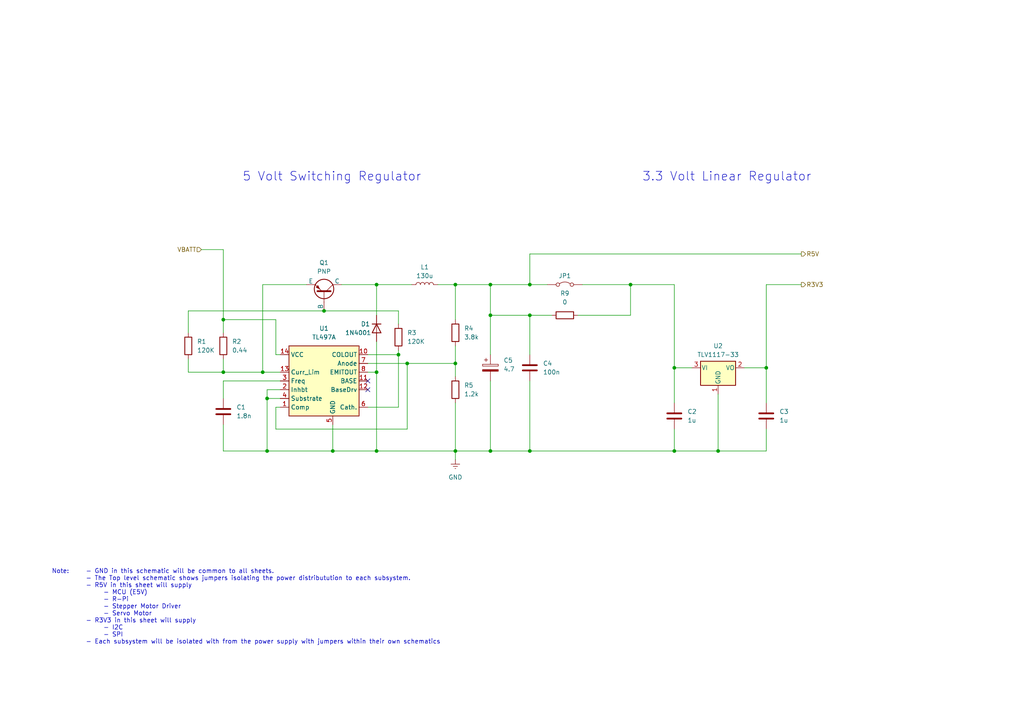
<source format=kicad_sch>
(kicad_sch (version 20231120) (generator "eeschema") (generator_version "8.0")
  (paper "A4")
  (title_block (title "MoP - Voltage Regulators") (rev "4") (company "ESE - Consestoga"))
  (lib_symbols
    (symbol "Device:C" (pin_numbers hide) (pin_names (offset 0.254))
      (property "Reference" "C" (at 0.635 2.54 0))
      (property "Value" "C" (at 0.635 -2.54 0))
      (symbol "C_0_1"
        (polyline (pts (xy -2.032 -0.762) (xy 2.032 -0.762)) (stroke (width 0.508)))
        (polyline (pts (xy -2.032 0.762) (xy 2.032 0.762)) (stroke (width 0.508)))
      )
      (symbol "C_1_1"
        (pin passive line (at 0 3.81 270) (length 2.794) (name "~") (number "1"))
        (pin passive line (at 0 -3.81 90) (length 2.794) (name "~") (number "2"))
      )
    )
    (symbol "Device:C_Polarized" (pin_numbers hide) (pin_names (offset 0.254))
      (property "Reference" "C" (at 0.635 2.54 0))
      (property "Value" "C_Polarized" (at 0.635 -2.54 0))
      (symbol "C_Polarized_0_1"
        (rectangle (start -2.286 0.508) (end 2.286 1.016))
        (polyline (pts (xy -1.778 2.286) (xy -0.762 2.286)))
        (polyline (pts (xy -1.27 2.794) (xy -1.27 1.778)))
        (rectangle (start 2.286 -0.508) (end -2.286 -1.016) (fill (type outline)))
      )
      (symbol "C_Polarized_1_1"
        (pin passive line (at 0 3.81 270) (length 2.794) (name "~") (number "1"))
        (pin passive line (at 0 -3.81 90) (length 2.794) (name "~") (number "2"))
      )
    )
    (symbol "Device:D" (pin_numbers hide) (pin_names (offset 1.016) hide)
      (property "Reference" "D" (at 0 2.54 0))
      (property "Value" "D" (at 0 -2.54 0))
      (symbol "D_0_1"
        (polyline (pts (xy -1.27 1.27) (xy -1.27 -1.27)) (stroke (width 0.254)))
        (polyline (pts (xy 1.27 0) (xy -1.27 0)))
        (polyline (pts (xy 1.27 1.27) (xy 1.27 -1.27) (xy -1.27 0) (xy 1.27 1.27)) (stroke (width 0.254)))
      )
      (symbol "D_1_1"
        (pin passive line (at -3.81 0 0) (length 2.54) (name "K") (number "1"))
        (pin passive line (at 3.81 0 180) (length 2.54) (name "A") (number "2"))
      )
    )
    (symbol "Device:L" (pin_numbers hide) (pin_names (offset 1.016) hide)
      (property "Reference" "L" (at -1.27 0 90))
      (property "Value" "L" (at 1.905 0 90))
      (symbol "L_0_1"
        (arc (start 0 -2.54) (mid 0.6323 -1.905) (end 0 -1.27))
        (arc (start 0 -1.27) (mid 0.6323 -0.635) (end 0 0))
        (arc (start 0 0) (mid 0.6323 0.635) (end 0 1.27))
        (arc (start 0 1.27) (mid 0.6323 1.905) (end 0 2.54))
      )
      (symbol "L_1_1"
        (pin passive line (at 0 3.81 270) (length 1.27) (name "1") (number "1"))
        (pin passive line (at 0 -3.81 90) (length 1.27) (name "2") (number "2"))
      )
    )
    (symbol "Device:R" (pin_numbers hide) (pin_names (offset 0))
      (property "Reference" "R" (at 2.032 0 90))
      (property "Value" "R" (at 0 0 90))
      (symbol "R_0_1"
        (rectangle (start -1.016 -2.54) (end 1.016 2.54) (stroke (width 0.254)))
      )
      (symbol "R_1_1"
        (pin passive line (at 0 3.81 270) (length 1.27) (name "~") (number "1"))
        (pin passive line (at 0 -3.81 90) (length 1.27) (name "~") (number "2"))
      )
    )
    (symbol "Jumper:Jumper_2_Bridged" (pin_numbers hide) (pin_names (offset 0) hide) (exclude_from_sim yes)
      (property "Reference" "JP" (at 0 1.905 0))
      (property "Value" "Jumper_2_Bridged" (at 0 -2.54 0))
      (symbol "Jumper_2_Bridged_0_0"
        (circle (center -2.032 0) (radius 0.508))
        (circle (center 2.032 0) (radius 0.508))
      )
      (symbol "Jumper_2_Bridged_0_1"
        (arc (start 1.524 0.254) (mid 0 0.762) (end -1.524 0.254))
      )
      (symbol "Jumper_2_Bridged_1_1"
        (pin passive line (at -5.08 0 0) (length 2.54) (name "A") (number "1"))
        (pin passive line (at 5.08 0 180) (length 2.54) (name "B") (number "2"))
      )
    )
    (symbol "Regulator_Linear:TLV1117-33" (pin_names (offset 0.254))
      (property "Reference" "U" (at -3.81 3.175 0))
      (property "Value" "TLV1117-33" (at 0 3.175 0))
      (symbol "TLV1117-33_0_1"
        (rectangle (start -5.08 -5.08) (end 5.08 1.905) (stroke (width 0.254)) (fill (type background)))
      )
      (symbol "TLV1117-33_1_1"
        (pin power_in line (at 0 -7.62 90) (length 2.54) (name "GND") (number "1"))
        (pin power_out line (at 7.62 0 180) (length 2.54) (name "VO") (number "2"))
        (pin power_in line (at -7.62 0 0) (length 2.54) (name "VI") (number "3"))
      )
    )
    (symbol "Regulator_Switching:TL497A"
      (property "Reference" "U1" (at 0 15.24 0))
      (property "Value" "TL497A" (at 0 12.7 0))
      (symbol "TL497A_0_1"
        (rectangle (start -10.16 10.16) (end 10.16 -10.16) (stroke (width 0.254)) (fill (type background)))
      )
      (symbol "TL497A_1_1"
        (pin input line (at -12.7 -7.62 0) (length 2.54) (name "Comp") (number "1"))
        (pin open_collector line (at 12.7 7.62 180) (length 2.54) (name "COLOUT") (number "10"))
        (pin passive line (at 12.7 0 180) (length 2.54) (name "BASE") (number "11"))
        (pin passive line (at 12.7 -2.54 180) (length 2.54) (name "BaseDrv") (number "12"))
        (pin input line (at -12.7 2.54 0) (length 2.54) (name "Curr_Lim") (number "13"))
        (pin power_in line (at -12.7 7.62 0) (length 2.54) (name "VCC") (number "14"))
        (pin input line (at -12.7 -2.54 0) (length 2.54) (name "Inhbt") (number "2"))
        (pin input line (at -12.7 0 0) (length 2.54) (name "Freq") (number "3"))
        (pin input line (at -12.7 -5.08 0) (length 2.54) (name "Substrate") (number "4"))
        (pin power_in line (at 2.54 -12.7 90) (length 2.54) (name "GND") (number "5"))
        (pin passive line (at 12.7 -7.62 180) (length 2.54) (name "Cath.") (number "6"))
        (pin passive line (at 12.7 5.08 180) (length 2.54) (name "Anode") (number "7"))
        (pin open_emitter line (at 12.7 2.54 180) (length 2.54) (name "EMITOUT") (number "8"))
        (pin no_connect line (at 12.7 -5.08 180) (length 2.54) hide (name "NC") (number "9"))
      )
    )
    (symbol "Simulation_SPICE:PNP" (pin_numbers hide) (pin_names (offset 0))
      (property "Reference" "Q" (at -2.54 7.62 0))
      (property "Value" "PNP" (at -2.54 5.08 0))
      (symbol "PNP_0_1"
        (polyline (pts (xy -2.54 0) (xy 0.635 0)) (stroke (width 0.1524)))
        (polyline (pts (xy 0.635 0.635) (xy 2.54 2.54)))
        (polyline (pts (xy 0.635 -0.635) (xy 2.54 -2.54) (xy 2.54 -2.54)))
        (polyline (pts (xy 0.635 1.905) (xy 0.635 -1.905) (xy 0.635 -1.905)) (stroke (width 0.508)))
        (polyline (pts (xy 2.286 -1.778) (xy 1.778 -2.286) (xy 1.27 -1.27) (xy 2.286 -1.778) (xy 2.286 -1.778)) (fill (type outline)))
        (circle (center 1.27 0) (radius 2.8194) (stroke (width 0.254)))
      )
      (symbol "PNP_1_1"
        (pin open_collector line (at 2.54 5.08 270) (length 2.54) (name "C") (number "1"))
        (pin input line (at -5.08 0 0) (length 2.54) (name "B") (number "2"))
        (pin open_emitter line (at 2.54 -5.08 90) (length 2.54) (name "E") (number "3"))
      )
    )
    (symbol "power:GNDREF" (power) (pin_numbers hide) (pin_names (offset 0) hide)
      (property "Value" "GNDREF" (at 0 -3.81 0))
      (symbol "GNDREF_0_1"
        (polyline (pts (xy -0.635 -1.905) (xy 0.635 -1.905)))
        (polyline (pts (xy -0.127 -2.54) (xy 0.127 -2.54)))
        (polyline (pts (xy 0 -1.27) (xy 0 0)))
        (polyline (pts (xy 1.27 -1.27) (xy -1.27 -1.27)))
      )
      (symbol "GNDREF_1_1"
        (pin power_in line (at 0 0 270) (length 0) (name "~") (number "1"))
      )
    )
  )
  (junction (at 142.24 130.81))
  (junction (at 182.88 82.55))
  (junction (at 77.47 130.81))
  (junction (at 93.98 90.17))
  (junction (at 76.2 107.95))
  (junction (at 222.25 106.68))
  (junction (at 96.52 130.81))
  (junction (at 115.57 102.87))
  (junction (at 195.58 106.68))
  (junction (at 109.22 130.81))
  (junction (at 109.22 107.95))
  (junction (at 142.24 82.55))
  (junction (at 64.77 92.71))
  (junction (at 64.77 107.95))
  (junction (at 153.67 82.55))
  (junction (at 118.11 105.41))
  (junction (at 77.47 115.57))
  (junction (at 132.08 105.41))
  (junction (at 208.28 130.81))
  (junction (at 142.24 91.44))
  (junction (at 195.58 130.81))
  (junction (at 132.08 82.55))
  (junction (at 132.08 130.81))
  (junction (at 153.67 91.44))
  (junction (at 109.22 82.55))
  (junction (at 153.67 130.81))
  (no_connect (at 106.68 113.03))
  (no_connect (at 106.68 110.49))
  (wire (pts (xy 93.98 90.17) (xy 115.57 90.17)))
  (wire (pts (xy 88.9 82.55) (xy 76.2 82.55)))
  (wire (pts (xy 132.08 130.81) (xy 132.08 133.35)))
  (wire (pts (xy 142.24 110.49) (xy 142.24 130.81)))
  (wire (pts (xy 132.08 82.55) (xy 132.08 92.71)))
  (wire (pts (xy 64.77 107.95) (xy 76.2 107.95)))
  (wire (pts (xy 64.77 110.49) (xy 64.77 115.57)))
  (wire (pts (xy 77.47 130.81) (xy 96.52 130.81)))
  (wire (pts (xy 109.22 99.06) (xy 109.22 107.95)))
  (wire (pts (xy 167.64 91.44) (xy 182.88 91.44)))
  (wire (pts (xy 80.01 92.71) (xy 80.01 102.87)))
  (wire (pts (xy 77.47 113.03) (xy 77.47 115.57)))
  (wire (pts (xy 64.77 130.81) (xy 77.47 130.81)))
  (wire (pts (xy 142.24 82.55) (xy 132.08 82.55)))
  (wire (pts (xy 77.47 115.57) (xy 81.28 115.57)))
  (wire (pts (xy 115.57 118.11) (xy 106.68 118.11)))
  (wire (pts (xy 64.77 123.19) (xy 64.77 130.81)))
  (wire (pts (xy 222.25 106.68) (xy 222.25 116.84)))
  (wire (pts (xy 99.06 82.55) (xy 109.22 82.55)))
  (wire (pts (xy 127 82.55) (xy 132.08 82.55)))
  (wire (pts (xy 208.28 114.3) (xy 208.28 130.81)))
  (wire (pts (xy 80.01 124.46) (xy 118.11 124.46)))
  (wire (pts (xy 208.28 130.81) (xy 222.25 130.81)))
  (wire (pts (xy 54.61 107.95) (xy 64.77 107.95)))
  (wire (pts (xy 222.25 82.55) (xy 232.41 82.55)))
  (wire (pts (xy 115.57 102.87) (xy 115.57 118.11)))
  (wire (pts (xy 118.11 124.46) (xy 118.11 105.41)))
  (wire (pts (xy 106.68 107.95) (xy 109.22 107.95)))
  (wire (pts (xy 153.67 82.55) (xy 153.67 73.66)))
  (wire (pts (xy 81.28 102.87) (xy 80.01 102.87)))
  (wire (pts (xy 54.61 90.17) (xy 93.98 90.17)))
  (wire (pts (xy 106.68 102.87) (xy 115.57 102.87)))
  (wire (pts (xy 142.24 130.81) (xy 132.08 130.81)))
  (wire (pts (xy 115.57 101.6) (xy 115.57 102.87)))
  (wire (pts (xy 182.88 82.55) (xy 182.88 91.44)))
  (wire (pts (xy 64.77 92.71) (xy 64.77 96.52)))
  (wire (pts (xy 168.91 82.55) (xy 182.88 82.55)))
  (wire (pts (xy 222.25 82.55) (xy 222.25 106.68)))
  (wire (pts (xy 76.2 82.55) (xy 76.2 107.95)))
  (wire (pts (xy 77.47 113.03) (xy 81.28 113.03)))
  (wire (pts (xy 132.08 130.81) (xy 109.22 130.81)))
  (wire (pts (xy 106.68 105.41) (xy 118.11 105.41)))
  (wire (pts (xy 142.24 102.87) (xy 142.24 91.44)))
  (wire (pts (xy 80.01 92.71) (xy 64.77 92.71)))
  (wire (pts (xy 142.24 91.44) (xy 153.67 91.44)))
  (wire (pts (xy 153.67 82.55) (xy 142.24 82.55)))
  (wire (pts (xy 195.58 124.46) (xy 195.58 130.81)))
  (wire (pts (xy 77.47 115.57) (xy 77.47 130.81)))
  (wire (pts (xy 153.67 91.44) (xy 153.67 102.87)))
  (wire (pts (xy 118.11 105.41) (xy 132.08 105.41)))
  (wire (pts (xy 64.77 104.14) (xy 64.77 107.95)))
  (wire (pts (xy 195.58 106.68) (xy 195.58 116.84)))
  (wire (pts (xy 58.42 72.39) (xy 64.77 72.39)))
  (wire (pts (xy 64.77 72.39) (xy 64.77 92.71)))
  (wire (pts (xy 76.2 107.95) (xy 81.28 107.95)))
  (wire (pts (xy 109.22 82.55) (xy 119.38 82.55)))
  (wire (pts (xy 132.08 105.41) (xy 132.08 109.22)))
  (wire (pts (xy 195.58 130.81) (xy 208.28 130.81)))
  (wire (pts (xy 132.08 100.33) (xy 132.08 105.41)))
  (wire (pts (xy 54.61 104.14) (xy 54.61 107.95)))
  (wire (pts (xy 142.24 91.44) (xy 142.24 82.55)))
  (wire (pts (xy 109.22 107.95) (xy 109.22 130.81)))
  (wire (pts (xy 54.61 90.17) (xy 54.61 96.52)))
  (wire (pts (xy 109.22 91.44) (xy 109.22 82.55)))
  (wire (pts (xy 132.08 116.84) (xy 132.08 130.81)))
  (wire (pts (xy 222.25 124.46) (xy 222.25 130.81)))
  (wire (pts (xy 195.58 82.55) (xy 195.58 106.68)))
  (wire (pts (xy 195.58 106.68) (xy 200.66 106.68)))
  (wire (pts (xy 153.67 91.44) (xy 160.02 91.44)))
  (wire (pts (xy 215.9 106.68) (xy 222.25 106.68)))
  (wire (pts (xy 115.57 90.17) (xy 115.57 93.98)))
  (wire (pts (xy 81.28 110.49) (xy 64.77 110.49)))
  (wire (pts (xy 109.22 130.81) (xy 96.52 130.81)))
  (wire (pts (xy 182.88 82.55) (xy 195.58 82.55)))
  (wire (pts (xy 153.67 130.81) (xy 195.58 130.81)))
  (wire (pts (xy 153.67 73.66) (xy 232.41 73.66)))
  (wire (pts (xy 80.01 118.11) (xy 80.01 124.46)))
  (wire (pts (xy 81.28 118.11) (xy 80.01 118.11)))
  (wire (pts (xy 153.67 82.55) (xy 158.75 82.55)))
  (wire (pts (xy 153.67 110.49) (xy 153.67 130.81)))
  (wire (pts (xy 142.24 130.81) (xy 153.67 130.81)))
  (wire (pts (xy 96.52 123.19) (xy 96.52 130.81)))
  (text "3.3 Volt Linear Regulator" (at 210.82 51.308 0) (effects (font (size 2.54 2.54))))
  (text "Note: 	- GND in this schematic will be common to all sheets.\n		- The Top level schematic shows jumpers isolating the power distributution to each subsystem.\n		- R5V in this sheet will supply\n			- MCU (E5V)\n			- R-Pi\n			- Stepper Motor Driver\n			- Servo Motor\n		- R3V3 in this sheet will supply\n			- I2C\n			- SPI\n		- Each subsystem will be isolated with from the power supply with jumpers within their own schematics\n			" (at 14.986 177.038 0) (effects (font (size 1.27 1.27)) (justify left)))
  (text "5 Volt Switching Regulator\n" (at 96.266 51.308 0) (effects (font (size 2.54 2.54))))
  (hierarchical_label "VBATT" (shape input) (at 58.42 72.39 180))
  (hierarchical_label "R3V3" (shape output) (at 232.41 82.55 0))
  (hierarchical_label "R5V" (shape output) (at 232.41 73.66 0))
  (symbol (lib_id "Simulation_SPICE:PNP") (at 93.98 85.09 270) (mirror x) (unit 1)
    (property "Reference" "Q1" (at 93.98 76.2 90))
    (property "Value" "PNP" (at 93.98 78.74 90))
    (property "Footprint" "Package_TO_SOT_SMD:TO-252-2" (effects (hide yes)))
    (property "Datasheet" "https://ngspice.sourceforge.io/docs/ngspice-html-manual/manual.xhtml#cha_BJTs" (effects (hide yes)))
    (property "Description" "Bipolar transistor symbol for simulation only, substrate tied to the emitter" (effects (hide yes)))
    (property "Sim.Device" "PNP" (effects (hide yes)))
    (property "Sim.Type" "GUMMELPOON" (effects (hide yes)))
    (property "Sim.Pins" "1=C 2=B 3=E" (effects (hide yes)))
  )
  (symbol (lib_id "Device:C") (at 64.77 119.38 0) (unit 1)
    (property "Reference" "C1" (at 68.58 118.1099 0) (effects (justify left)))
    (property "Value" "1.8n" (at 68.58 120.6499 0) (effects (justify left)))
    (property "Description" "Unpolarized capacitor" (effects (hide yes)))
  )
  (symbol (lib_id "Device:R") (at 132.08 96.52 0) (unit 1)
    (property "Reference" "R4" (at 134.62 95.2499 0) (effects (justify left)))
    (property "Value" "3.8k" (at 134.62 97.7899 0) (effects (justify left)))
    (property "Description" "Resistor" (effects (hide yes)))
  )
  (symbol (lib_id "Jumper:Jumper_2_Bridged") (at 163.83 82.55 0) (unit 1) (exclude_from_sim yes)
    (property "Reference" "JP1" (at 163.83 80.01 0))
    (property "Value" "Jumper" (effects (hide yes)))
    (property "Description" "Jumper, 2-pole, closed/bridged" (effects (hide yes)))
  )
  (symbol (lib_id "Regulator_Switching:TL497A") (at 93.98 110.49 0) (unit 1)
    (property "Reference" "U1" (at 93.98 95.25 0))
    (property "Value" "TL497A" (at 93.98 97.79 0))
    (property "Datasheet" "http://www.ti.com/lit/ds/symlink/tl497a.pdf" (effects (hide yes)))
    (property "Description" "500mA step up/step down switching regulator" (effects (hide yes)))
  )
  (symbol (lib_id "Device:C") (at 195.58 120.65 0) (unit 1)
    (property "Reference" "C2" (at 199.39 119.3799 0) (effects (justify left)))
    (property "Value" "1u" (at 199.39 121.9199 0) (effects (justify left)))
    (property "Description" "Unpolarized capacitor" (effects (hide yes)))
  )
  (symbol (lib_id "Device:C_Polarized") (at 142.24 106.68 0) (unit 1)
    (property "Reference" "C5" (at 146.05 104.5209 0) (effects (justify left)))
    (property "Value" "4.7" (at 146.05 107.0609 0) (effects (justify left)))
    (property "Description" "Polarized capacitor" (effects (hide yes)))
  )
  (symbol (lib_id "Device:R") (at 163.83 91.44 90) (unit 1)
    (property "Reference" "R9" (at 163.83 85.09 90))
    (property "Value" "0" (at 163.83 87.63 90))
    (property "Description" "Resistor" (effects (hide yes)))
  )
  (symbol (lib_id "Device:R") (at 132.08 113.03 0) (unit 1)
    (property "Reference" "R5" (at 134.62 111.7599 0) (effects (justify left)))
    (property "Value" "1.2k" (at 134.62 114.2999 0) (effects (justify left)))
    (property "Description" "Resistor" (effects (hide yes)))
  )
  (symbol (lib_id "Device:R") (at 115.57 97.79 0) (unit 1)
    (property "Reference" "R3" (at 118.11 96.5199 0) (effects (justify left)))
    (property "Value" "120K" (at 118.11 99.0599 0) (effects (justify left)))
    (property "Description" "Resistor" (effects (hide yes)))
  )
  (symbol (lib_id "power:GNDREF") (at 132.08 133.35 0) (unit 1)
    (property "Reference" "#PWR03" (effects (hide yes)))
    (property "Value" "GND" (at 132.08 138.43 0))
    (property "Description" "Power symbol creates a global label with name \"GNDREF\" , reference supply ground" (effects (hide yes)))
  )
  (symbol (lib_id "Device:L") (at 123.19 82.55 90) (unit 1)
    (property "Reference" "L1" (at 123.19 77.47 90))
    (property "Value" "130u" (at 123.19 80.01 90))
    (property "Description" "Inductor" (effects (hide yes)))
  )
  (symbol (lib_id "Device:C") (at 222.25 120.65 0) (unit 1)
    (property "Reference" "C3" (at 226.06 119.3799 0) (effects (justify left)))
    (property "Value" "1u" (at 226.06 121.9199 0) (effects (justify left)))
    (property "Description" "Unpolarized capacitor" (effects (hide yes)))
  )
  (symbol (lib_id "Device:D") (at 109.22 95.25 270) (unit 1)
    (property "Reference" "D1" (at 104.648 93.98 90) (effects (justify left)))
    (property "Value" "1N4001" (at 100.076 96.52 90) (effects (justify left)))
    (property "Description" "Diode" (effects (hide yes)))
    (property "Sim.Device" "D" (effects (hide yes)))
    (property "Sim.Pins" "1=K 2=A" (effects (hide yes)))
  )
  (symbol (lib_id "Device:R") (at 54.61 100.33 0) (unit 1)
    (property "Reference" "R1" (at 57.15 99.0599 0) (effects (justify left)))
    (property "Value" "120K" (at 57.15 101.5999 0) (effects (justify left)))
    (property "Description" "Resistor" (effects (hide yes)))
  )
  (symbol (lib_id "Regulator_Linear:TLV1117-33") (at 208.28 106.68 0) (unit 1)
    (property "Reference" "U2" (at 208.28 100.33 0))
    (property "Value" "TLV1117-33" (at 208.28 102.87 0))
    (property "Footprint" "Package_TO_SOT_SMD:SOT-223" (effects (hide yes)))
    (property "Datasheet" "http://www.ti.com/lit/ds/symlink/tlv1117.pdf" (effects (hide yes)))
    (property "Description" "800mA Low-Dropout Linear Regulator, 3.3V fixed output, TO-220/TO-252/TO-263/SOT-223" (effects (hide yes)))
  )
  (symbol (lib_id "Device:R") (at 64.77 100.33 0) (unit 1)
    (property "Reference" "R2" (at 67.31 99.0599 0) (effects (justify left)))
    (property "Value" "0.44" (at 67.31 101.5999 0) (effects (justify left)))
    (property "Description" "Resistor" (effects (hide yes)))
  )
  (symbol (lib_id "Device:C") (at 153.67 106.68 0) (unit 1)
    (property "Reference" "C4" (at 157.48 105.4099 0) (effects (justify left)))
    (property "Value" "100n" (at 157.48 107.9499 0) (effects (justify left)))
    (property "Description" "Unpolarized capacitor" (effects (hide yes)))
  )
)
</source>
